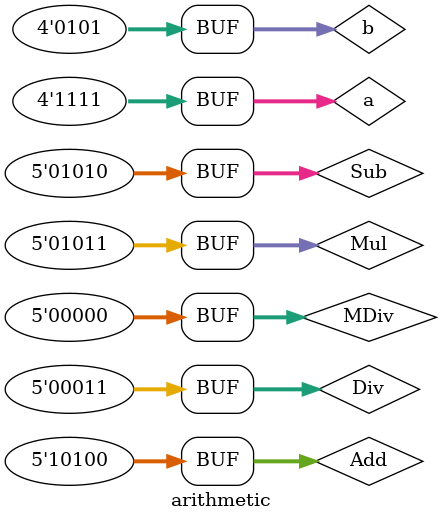
<source format=v>
/* 1.  Work on Operators : */
/* a.  Logical */
/* b.  Bitwise */
/* c.  Reduction */
/* d.  Logical shift */
/* e.  Arithmetic shift */
/* f.  Relational operator */
/* g.  Equality operator */
/* h.  Arithmetic operators */


/*module logical; 
reg [3:0]a,b; reg [2:0]Logical;
  

initial
begin
a = 15;
b = 5;
Logical[2] = a && b;
Logical[1] = a || b;
Logical[0] = !b;

end
initial $monitor("Input A = %b, B = %b, Logical = %b\n", a,b,Logical);
endmodule*/

/*module bitwise;
reg [3:0]a,b; reg [2:0]Bitwise; 

initial
begin
#100
a = 15;
b = 5;
Bitwise[2] = a & b;
Bitwise[1] = a | b;
Bitwise[0] = a ^ b;
end
initial $monitor("Input A = %b, B = %b, Bitwise = %b\n", a,b,Bitwise);
endmodule*/

/*module reduction;
reg [3:0]a,b; reg[5:0]Reduction; 

initial
begin
#100
a = 15;
b = 5;
Reduction[5] = &a;
Reduction[4] = ~&b;
Reduction[3] = |a;
Reduction[2] = ~|b;
Reduction[1] = ^a;
Reduction[0] = ~^b;
end
initial $monitor("Input A = %b, B = %b, Reduction = %b\n", a,b,Reduction);
endmodule*/

/*module  shift;
reg [3:0]a,b; reg [3:0]Shift;
initial
begin
#100
a = 15;
b = 5;
Shift[3] = a >> b;
Shift[2] = b << a;
Shift[1] = a >>> 1;
Shift[0] = b <<< a;

end
initial $monitor("Input A = %b, B = %b, Shift = %d\n", a,b,Shift);
endmodule*/


/*module equality;
reg[3:0]a,b,Equality;

initial
begin

#100
a = 15;
b = 5;
Equality[3] = a == b;
Equality[2] = a != b;
Equality[1] = a === b;
Equality[0] = a !== b;

end
initial $monitor("Input A = %b, B = %b, Equality = %b\n", a,b,Equality);
endmodule*/


/*module relational;
reg [3:0]a,b; reg [3:0] Relational;

initial
begin
#100
a = 15;
b = 5;
Relational[3] = a >= b;
Relational[2] = a <= b;
Relational[1] = a > b;
Relational[0] = a < b;
end
initial $monitor("Input A = %b, B = %b, Relational = %b\n", a,b,Relational);
endmodule*/

module arithmetic;
reg [3:0]a,b; reg [5:1] Add,Sub,Mul,Div,MDiv;
initial
begin
#100

a = 15;
b = 5;
Add = a + b;
Sub = a - b;
Mul = a * b;
Div = a / b;
MDiv = a % b;
end
initial $monitor("Input A = %b, B = %b, \nAdd = %b Sub = %b Mul = %b Div = %b MDiv = %b\n", a,b,Add,Sub,Mul,Div,MDiv);
endmodule



</source>
